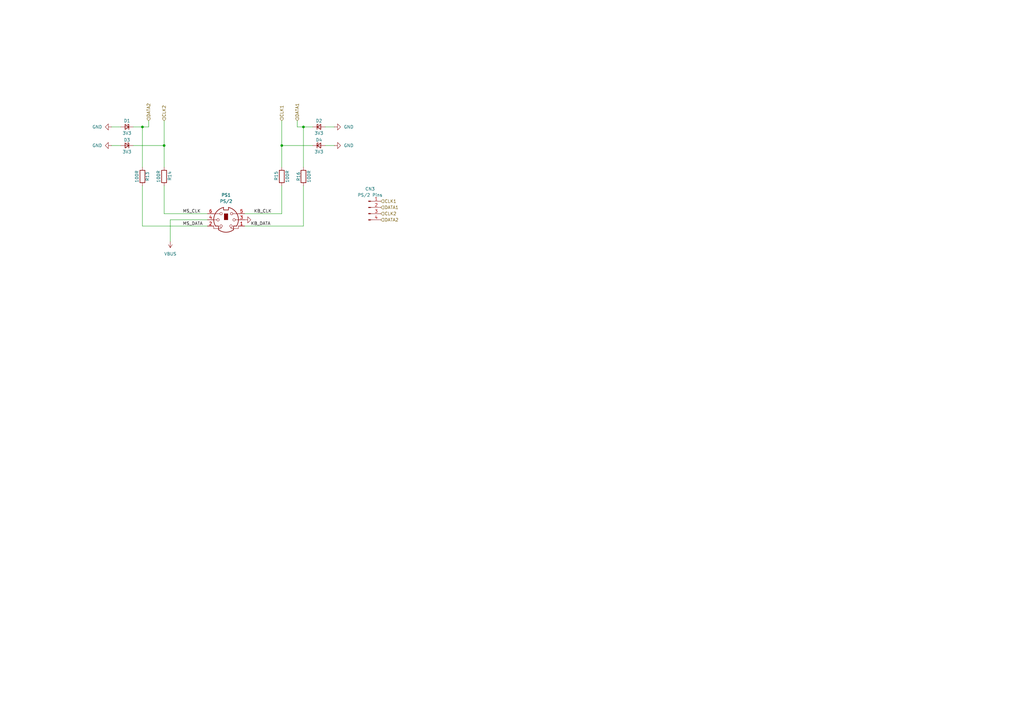
<source format=kicad_sch>
(kicad_sch (version 20231120) (generator "eeschema") (generator_version "8.0")
  (paper "A3")
  (title_block (title "USB to PS/2 Adapter") (date "2024-12-07") (rev "1.2") (company "Mikhail Matveev"))
  (lib_symbols
    (symbol "Connector:Conn_01x04_Pin" (pin_names (offset 1.016) hide)
      (property "Reference" "J" (at 0 5.08 0))
      (property "Value" "Conn_01x04_Pin" (at 0 -7.62 0))
      (symbol "Conn_01x04_Pin_1_1"
        (polyline (pts (xy 1.27 -5.08) (xy 0.8636 -5.08)) (stroke (width 0.1524)))
        (polyline (pts (xy 1.27 -2.54) (xy 0.8636 -2.54)) (stroke (width 0.1524)))
        (polyline (pts (xy 1.27 0) (xy 0.8636 0)) (stroke (width 0.1524)))
        (polyline (pts (xy 1.27 2.54) (xy 0.8636 2.54)) (stroke (width 0.1524)))
        (rectangle (start 0.8636 -4.953) (end 0 -5.207) (stroke (width 0.1524)) (fill (type outline)))
        (rectangle (start 0.8636 -2.413) (end 0 -2.667) (stroke (width 0.1524)) (fill (type outline)))
        (rectangle (start 0.8636 0.127) (end 0 -0.127) (stroke (width 0.1524)) (fill (type outline)))
        (rectangle (start 0.8636 2.667) (end 0 2.413) (stroke (width 0.1524)) (fill (type outline)))
        (pin passive line (at 5.08 2.54 180) (length 3.81) (name "Pin_1") (number "1"))
        (pin passive line (at 5.08 0 180) (length 3.81) (name "Pin_2") (number "2"))
        (pin passive line (at 5.08 -2.54 180) (length 3.81) (name "Pin_3") (number "3"))
        (pin passive line (at 5.08 -5.08 180) (length 3.81) (name "Pin_4") (number "4"))
      )
    )
    (symbol "Connector:Mini-DIN-6" (pin_names (offset 1.016))
      (property "Reference" "J" (at 0 6.35 0))
      (property "Value" "Mini-DIN-6" (at 0 -6.35 0))
      (symbol "Mini-DIN-6_0_1"
        (circle (center -3.302 0) (radius 0.508))
        (arc (start -3.048 -4.064) (mid 0 -5.08) (end 3.048 -4.064) (stroke (width 0.254)))
        (circle (center -2.032 -2.54) (radius 0.508))
        (circle (center -2.032 2.54) (radius 0.508))
        (arc (start -1.016 5.08) (mid -4.6228 2.1214) (end -4.318 -2.54) (stroke (width 0.254)))
        (rectangle (start -0.762 2.54) (end 0.762 0) (fill (type outline)))
        (polyline (pts (xy -3.81 0) (xy -5.08 0)))
        (polyline (pts (xy -2.54 2.54) (xy -5.08 2.54)))
        (polyline (pts (xy 2.794 2.54) (xy 5.08 2.54)))
        (polyline (pts (xy 5.08 0) (xy 3.81 0)))
        (polyline (pts (xy -4.318 -2.54) (xy -3.048 -2.54) (xy -3.048 -4.064)) (stroke (width 0.254)))
        (polyline (pts (xy 4.318 -2.54) (xy 3.048 -2.54) (xy 3.048 -4.064)) (stroke (width 0.254)))
        (polyline (pts (xy -2.032 -3.048) (xy -2.032 -3.556) (xy -5.08 -3.556) (xy -5.08 -2.54)))
        (polyline (pts (xy -1.016 5.08) (xy -1.016 4.064) (xy 1.016 4.064) (xy 1.016 5.08)) (stroke (width 0.254)))
        (polyline (pts (xy 2.032 -3.048) (xy 2.032 -3.556) (xy 5.08 -3.556) (xy 5.08 -2.54)))
        (circle (center 2.032 -2.54) (radius 0.508))
        (circle (center 2.286 2.54) (radius 0.508))
        (circle (center 3.302 0) (radius 0.508))
        (arc (start 4.318 -2.54) (mid 4.6661 2.1322) (end 1.016 5.08) (stroke (width 0.254)))
      )
      (symbol "Mini-DIN-6_1_1"
        (pin passive line (at 7.62 -2.54 180) (length 2.54) (name "~") (number "1"))
        (pin passive line (at -7.62 -2.54 0) (length 2.54) (name "~") (number "2"))
        (pin passive line (at 7.62 0 180) (length 2.54) (name "~") (number "3"))
        (pin passive line (at -7.62 0 0) (length 2.54) (name "~") (number "4"))
        (pin passive line (at 7.62 2.54 180) (length 2.54) (name "~") (number "5"))
        (pin passive line (at -7.62 2.54 0) (length 2.54) (name "~") (number "6"))
      )
    )
    (symbol "Device:D_Zener_Small" (pin_numbers hide) (pin_names (offset 0.254) hide)
      (property "Reference" "D" (at 0 2.286 0))
      (property "Value" "D_Zener_Small" (at 0 -2.286 0))
      (symbol "D_Zener_Small_0_1"
        (polyline (pts (xy 0.762 0) (xy -0.762 0)))
        (polyline (pts (xy -0.254 1.016) (xy -0.762 1.016) (xy -0.762 -1.016)) (stroke (width 0.254)))
        (polyline (pts (xy 0.762 1.016) (xy -0.762 0) (xy 0.762 -1.016) (xy 0.762 1.016)) (stroke (width 0.254)))
      )
      (symbol "D_Zener_Small_1_1"
        (pin passive line (at -2.54 0 0) (length 1.778) (name "K") (number "1"))
        (pin passive line (at 2.54 0 180) (length 1.778) (name "A") (number "2"))
      )
    )
    (symbol "Device:R" (pin_numbers hide) (pin_names (offset 0))
      (property "Reference" "R" (at 2.032 0 90))
      (property "Value" "R" (at 0 0 90))
      (symbol "R_0_1"
        (rectangle (start -1.016 -2.54) (end 1.016 2.54) (stroke (width 0.254)))
      )
      (symbol "R_1_1"
        (pin passive line (at 0 3.81 270) (length 1.27) (name "~") (number "1"))
        (pin passive line (at 0 -3.81 90) (length 1.27) (name "~") (number "2"))
      )
    )
    (symbol "GND_3" (power) (pin_numbers hide) (pin_names (offset 0) hide)
      (property "Value" "GND" (at 0 -3.81 0))
      (symbol "GND_3_0_1"
        (polyline (pts (xy 0 0) (xy 0 -1.27) (xy 1.27 -1.27) (xy 0 -2.54) (xy -1.27 -1.27) (xy 0 -1.27)))
      )
      (symbol "GND_3_1_1"
        (pin power_in line (at 0 0 270) (length 0) (name "~") (number "1"))
      )
    )
    (symbol "power:GND" (power) (pin_names (offset 0))
      (property "Value" "GND" (at 0 -3.81 0))
      (symbol "GND_0_1"
        (polyline (pts (xy 0 0) (xy 0 -1.27) (xy 1.27 -1.27) (xy 0 -2.54) (xy -1.27 -1.27) (xy 0 -1.27)))
      )
      (symbol "GND_1_1"
        (pin power_in line (at 0 0 270) (length 0) hide (name "GND") (number "1"))
      )
    )
    (symbol "power:VBUS" (power) (pin_numbers hide) (pin_names (offset 0) hide)
      (property "Value" "VBUS" (at 0 3.556 0))
      (symbol "VBUS_0_1"
        (polyline (pts (xy -0.762 1.27) (xy 0 2.54)))
        (polyline (pts (xy 0 0) (xy 0 2.54)))
        (polyline (pts (xy 0 2.54) (xy 0.762 1.27)))
      )
      (symbol "VBUS_1_1"
        (pin power_in line (at 0 0 90) (length 0) (name "~") (number "1"))
      )
    )
  )
  (junction (at 58.42 52.07))
  (junction (at 124.46 52.07))
  (junction (at 115.57 59.69))
  (junction (at 67.31 59.69))
  (wire (pts (xy 67.31 59.69) (xy 54.61 59.69)))
  (wire (pts (xy 124.46 52.07) (xy 124.46 68.58)))
  (wire (pts (xy 121.92 49.53) (xy 121.92 52.07)))
  (wire (pts (xy 67.31 49.53) (xy 67.31 59.69)))
  (wire (pts (xy 100.33 87.63) (xy 115.57 87.63)))
  (wire (pts (xy 58.42 92.71) (xy 85.09 92.71)))
  (wire (pts (xy 124.46 52.07) (xy 128.27 52.07)))
  (wire (pts (xy 115.57 49.53) (xy 115.57 59.69)))
  (wire (pts (xy 124.46 76.2) (xy 124.46 92.71)))
  (wire (pts (xy 115.57 59.69) (xy 115.57 68.58)))
  (wire (pts (xy 60.96 49.53) (xy 60.96 52.07)))
  (wire (pts (xy 133.35 52.07) (xy 137.16 52.07)))
  (wire (pts (xy 115.57 76.2) (xy 115.57 87.63)))
  (wire (pts (xy 121.92 52.07) (xy 124.46 52.07)))
  (wire (pts (xy 60.96 52.07) (xy 58.42 52.07)))
  (wire (pts (xy 58.42 52.07) (xy 54.61 52.07)))
  (wire (pts (xy 67.31 59.69) (xy 67.31 68.58)))
  (wire (pts (xy 58.42 52.07) (xy 58.42 68.58)))
  (wire (pts (xy 58.42 76.2) (xy 58.42 92.71)))
  (wire (pts (xy 69.85 90.17) (xy 85.09 90.17)))
  (wire (pts (xy 115.57 59.69) (xy 128.27 59.69)))
  (wire (pts (xy 67.31 76.2) (xy 67.31 87.63)))
  (wire (pts (xy 49.53 52.07) (xy 45.72 52.07)))
  (wire (pts (xy 67.31 87.63) (xy 85.09 87.63)))
  (wire (pts (xy 133.35 59.69) (xy 137.16 59.69)))
  (wire (pts (xy 69.85 90.17) (xy 69.85 99.06)))
  (wire (pts (xy 100.33 92.71) (xy 124.46 92.71)))
  (wire (pts (xy 49.53 59.69) (xy 45.72 59.69)))
  (label "KB_DATA" (at 102.87 92.71 0))
  (label "KB_CLK" (at 104.14 87.63 0))
  (label "MS_DATA" (at 74.93 92.71 0))
  (label "MS_CLK" (at 74.93 87.63 0))
  (hierarchical_label "CLK1" (shape input) (at 156.21 82.55 0))
  (hierarchical_label "DATA1" (shape input) (at 156.21 85.09 0))
  (hierarchical_label "DATA2" (shape input) (at 156.21 90.17 0))
  (hierarchical_label "CLK2" (shape input) (at 156.21 87.63 0))
  (hierarchical_label "CLK1" (shape input) (at 115.57 49.53 90))
  (hierarchical_label "CLK2" (shape input) (at 67.31 49.53 90))
  (hierarchical_label "DATA1" (shape input) (at 121.92 49.53 90))
  (hierarchical_label "DATA2" (shape input) (at 60.96 49.53 90))
  (symbol (lib_id "power:GND") (at 100.33 90.17 90) (unit 1)
    (property "Reference" "#PWR040" (effects (hide yes)))
    (property "Value" "GND" (effects (hide yes)))
  )
  (symbol (lib_id "Device:D_Zener_Small") (at 52.07 52.07 0) (mirror y) (unit 1)
    (property "Reference" "D1" (at 52.07 49.53 0))
    (property "Value" "3V3" (at 52.07 54.61 0))
    (property "Footprint" "LIBS:Medved_D_0805" (effects (hide yes)))
    (property "Description" "Zener diode, small symbol" (effects (hide yes)))
  )
  (symbol (lib_name "GND_3") (lib_id "power:GND") (at 137.16 59.69 90) (unit 1)
    (property "Reference" "#PWR039" (effects (hide yes)))
    (property "Value" "GND" (at 140.97 59.6899 90) (effects (justify right)))
    (property "Description" "Power symbol creates a global label with name \"GND\" , ground" (effects (hide yes)))
  )
  (symbol (lib_id "Connector:Mini-DIN-6") (at 92.71 90.17 0) (unit 1)
    (property "Reference" "PS1" (at 92.7277 80.01 0))
    (property "Value" "PS/2" (at 92.7277 82.55 0))
    (property "Footprint" "LIBS:Connector_Mini-DIN_Female_6Pin_2rows" (effects (hide yes)))
    (property "Datasheet" "http://service.powerdynamics.com/ec/Catalog17/Section%2011.pdf" (effects (hide yes)))
  )
  (symbol (lib_id "power:VBUS") (at 69.85 99.06 180) (unit 1)
    (property "Reference" "#PWR041" (effects (hide yes)))
    (property "Value" "VBUS" (at 69.85 104.14 0))
    (property "Description" "Power symbol creates a global label with name \"VBUS\"" (effects (hide yes)))
  )
  (symbol (lib_id "Device:D_Zener_Small") (at 52.07 59.69 0) (mirror y) (unit 1)
    (property "Reference" "D3" (at 52.07 57.404 0))
    (property "Value" "3V3" (at 52.07 62.23 0))
    (property "Footprint" "LIBS:Medved_D_0805" (effects (hide yes)))
    (property "Description" "Zener diode, small symbol" (effects (hide yes)))
  )
  (symbol (lib_id "Device:R") (at 58.42 72.39 0) (mirror x) (unit 1)
    (property "Reference" "R13" (at 60.452 72.39 90))
    (property "Value" "100R" (at 56.134 72.39 90))
    (property "Footprint" "LIBS:Medved_R_0805" (effects (hide yes)))
  )
  (symbol (lib_name "GND_3") (lib_id "power:GND") (at 45.72 52.07 270) (mirror x) (unit 1)
    (property "Reference" "#PWR036" (effects (hide yes)))
    (property "Value" "GND" (at 41.91 52.0699 90) (effects (justify right)))
    (property "Description" "Power symbol creates a global label with name \"GND\" , ground" (effects (hide yes)))
  )
  (symbol (lib_id "Connector:Conn_01x04_Pin") (at 151.13 85.09 0) (unit 1)
    (property "Reference" "CN3" (at 151.765 77.47 0))
    (property "Value" "PS/2 Pins" (at 151.765 80.01 0))
    (property "Footprint" "LIBS:Medved_PinHeader_1x04" (effects (hide yes)))
    (property "Description" "Generic connector, single row, 01x04, script generated" (effects (hide yes)))
  )
  (symbol (lib_id "Device:R") (at 124.46 72.39 180) (unit 1)
    (property "Reference" "R16" (at 122.428 72.39 90))
    (property "Value" "100R" (at 126.746 72.39 90))
    (property "Footprint" "LIBS:Medved_R_0805" (effects (hide yes)))
  )
  (symbol (lib_name "GND_3") (lib_id "power:GND") (at 137.16 52.07 90) (unit 1)
    (property "Reference" "#PWR037" (effects (hide yes)))
    (property "Value" "GND" (at 140.97 52.0699 90) (effects (justify right)))
    (property "Description" "Power symbol creates a global label with name \"GND\" , ground" (effects (hide yes)))
  )
  (symbol (lib_name "GND_3") (lib_id "power:GND") (at 45.72 59.69 270) (mirror x) (unit 1)
    (property "Reference" "#PWR038" (effects (hide yes)))
    (property "Value" "GND" (at 41.91 59.6899 90) (effects (justify right)))
    (property "Description" "Power symbol creates a global label with name \"GND\" , ground" (effects (hide yes)))
  )
  (symbol (lib_id "Device:R") (at 67.31 72.39 0) (mirror x) (unit 1)
    (property "Reference" "R14" (at 69.596 72.136 90))
    (property "Value" "100R" (at 65.024 72.39 90))
    (property "Footprint" "LIBS:Medved_R_0805" (effects (hide yes)))
  )
  (symbol (lib_id "Device:D_Zener_Small") (at 130.81 59.69 0) (unit 1)
    (property "Reference" "D4" (at 130.81 57.404 0))
    (property "Value" "3V3" (at 130.81 62.23 0))
    (property "Footprint" "LIBS:Medved_D_0805" (effects (hide yes)))
    (property "Description" "Zener diode, small symbol" (effects (hide yes)))
  )
  (symbol (lib_id "Device:R") (at 115.57 72.39 180) (unit 1)
    (property "Reference" "R15" (at 113.284 72.136 90))
    (property "Value" "100R" (at 117.856 72.39 90))
    (property "Footprint" "LIBS:Medved_R_0805" (effects (hide yes)))
  )
  (symbol (lib_id "Device:D_Zener_Small") (at 130.81 52.07 0) (unit 1)
    (property "Reference" "D2" (at 130.81 49.53 0))
    (property "Value" "3V3" (at 130.81 54.61 0))
    (property "Footprint" "LIBS:Medved_D_0805" (effects (hide yes)))
    (property "Description" "Zener diode, small symbol" (effects (hide yes)))
  )
)
</source>
